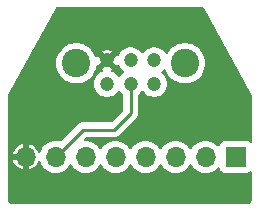
<source format=gbr>
%TF.GenerationSoftware,KiCad,Pcbnew,7.0.8*%
%TF.CreationDate,2023-10-20T13:28:23-04:00*%
%TF.ProjectId,flipper-zero-gbc-link-adapter,666c6970-7065-4722-9d7a-65726f2d6762,rev?*%
%TF.SameCoordinates,Original*%
%TF.FileFunction,Copper,L2,Bot*%
%TF.FilePolarity,Positive*%
%FSLAX46Y46*%
G04 Gerber Fmt 4.6, Leading zero omitted, Abs format (unit mm)*
G04 Created by KiCad (PCBNEW 7.0.8) date 2023-10-20 13:28:23*
%MOMM*%
%LPD*%
G01*
G04 APERTURE LIST*
%TA.AperFunction,ComponentPad*%
%ADD10C,1.200000*%
%TD*%
%TA.AperFunction,ComponentPad*%
%ADD11C,2.400000*%
%TD*%
%TA.AperFunction,ComponentPad*%
%ADD12R,1.700000X1.700000*%
%TD*%
%TA.AperFunction,ComponentPad*%
%ADD13O,1.700000X1.700000*%
%TD*%
%TA.AperFunction,Conductor*%
%ADD14C,0.250000*%
%TD*%
G04 APERTURE END LIST*
D10*
%TO.P,J2,1,+5V*%
%TO.N,unconnected-(J2-+5V-Pad1)*%
X103854000Y-102924000D03*
%TO.P,J2,2,SER_OUT*%
%TO.N,SERIAL_OUT*%
X103854000Y-100924000D03*
%TO.P,J2,3,SER_IN*%
%TO.N,SERIAL_IN*%
X101854000Y-102924000D03*
%TO.P,J2,4,RSVE*%
%TO.N,unconnected-(J2-RSVE-Pad4)*%
X101854000Y-100924000D03*
%TO.P,J2,5,CLK_OUT*%
%TO.N,Net-(J2-CLK_OUT)*%
X99854000Y-102924000D03*
%TO.P,J2,6,GND*%
%TO.N,GND*%
X99854000Y-100924000D03*
D11*
%TO.P,J2,7*%
%TO.N,N/C*%
X97254000Y-101174000D03*
%TO.P,J2,8*%
X106454000Y-101174000D03*
%TD*%
D12*
%TO.P,J1,1,Pin_1*%
%TO.N,unconnected-(J1-Pin_1-Pad1)*%
X110744000Y-109093000D03*
D13*
%TO.P,J1,2,Pin_2*%
%TO.N,unconnected-(J1-Pin_2-Pad2)*%
X108204000Y-109093000D03*
%TO.P,J1,3,Pin_3*%
%TO.N,unconnected-(J1-Pin_3-Pad3)*%
X105664000Y-109093000D03*
%TO.P,J1,4,Pin_4*%
%TO.N,unconnected-(J1-Pin_4-Pad4)*%
X103124000Y-109093000D03*
%TO.P,J1,5,Pin_5*%
%TO.N,SERIAL_OUT*%
X100584000Y-109093000D03*
%TO.P,J1,6,Pin_6*%
%TO.N,/CLK*%
X98044000Y-109093000D03*
%TO.P,J1,7,Pin_7*%
%TO.N,SERIAL_IN*%
X95504000Y-109093000D03*
%TO.P,J1,8,Pin_8*%
%TO.N,GND*%
X92964000Y-109093000D03*
%TD*%
D14*
%TO.N,SERIAL_IN*%
X95504000Y-109093000D02*
X97790000Y-106807000D01*
X97790000Y-106807000D02*
X100457000Y-106807000D01*
X100457000Y-106807000D02*
X101854000Y-105410000D01*
X101854000Y-105410000D02*
X101854000Y-102924000D01*
%TD*%
%TA.AperFunction,Conductor*%
%TO.N,GND*%
G36*
X107861527Y-96385360D02*
G01*
X107865571Y-96385903D01*
X107868447Y-96386296D01*
X107891692Y-96390477D01*
X107919781Y-96395530D01*
X107946130Y-96403367D01*
X107956546Y-96407773D01*
X107963922Y-96411491D01*
X107995101Y-96429903D01*
X108000691Y-96433204D01*
X108001017Y-96433396D01*
X108007835Y-96438062D01*
X108016729Y-96445061D01*
X108036314Y-96464354D01*
X108067529Y-96502810D01*
X108079844Y-96521088D01*
X112069601Y-103757646D01*
X112069611Y-103757670D01*
X112076161Y-103769546D01*
X112078488Y-103774221D01*
X112082245Y-103782639D01*
X112116130Y-103867996D01*
X112118549Y-103875421D01*
X112125499Y-103902420D01*
X112126968Y-103910095D01*
X112138505Y-104001199D01*
X112139281Y-104010410D01*
X112139500Y-104015617D01*
X112139500Y-107778434D01*
X112119815Y-107845473D01*
X112067011Y-107891228D01*
X111997853Y-107901172D01*
X111941189Y-107877701D01*
X111836330Y-107799203D01*
X111836328Y-107799202D01*
X111701482Y-107748908D01*
X111701483Y-107748908D01*
X111641883Y-107742501D01*
X111641881Y-107742500D01*
X111641873Y-107742500D01*
X111641864Y-107742500D01*
X109846129Y-107742500D01*
X109846123Y-107742501D01*
X109786516Y-107748908D01*
X109651671Y-107799202D01*
X109651664Y-107799206D01*
X109536455Y-107885452D01*
X109536452Y-107885455D01*
X109450206Y-108000664D01*
X109450203Y-108000669D01*
X109401189Y-108132083D01*
X109359317Y-108188016D01*
X109293853Y-108212433D01*
X109225580Y-108197581D01*
X109197326Y-108176430D01*
X109075402Y-108054506D01*
X109075395Y-108054501D01*
X108881834Y-107918967D01*
X108881830Y-107918965D01*
X108822348Y-107891228D01*
X108667663Y-107819097D01*
X108667659Y-107819096D01*
X108667655Y-107819094D01*
X108439413Y-107757938D01*
X108439403Y-107757936D01*
X108204001Y-107737341D01*
X108203999Y-107737341D01*
X107968596Y-107757936D01*
X107968586Y-107757938D01*
X107740344Y-107819094D01*
X107740335Y-107819098D01*
X107526171Y-107918964D01*
X107526169Y-107918965D01*
X107332597Y-108054505D01*
X107165505Y-108221597D01*
X107035575Y-108407158D01*
X106980998Y-108450783D01*
X106911500Y-108457977D01*
X106849145Y-108426454D01*
X106832425Y-108407158D01*
X106702494Y-108221597D01*
X106535402Y-108054506D01*
X106535395Y-108054501D01*
X106341834Y-107918967D01*
X106341830Y-107918965D01*
X106282348Y-107891228D01*
X106127663Y-107819097D01*
X106127659Y-107819096D01*
X106127655Y-107819094D01*
X105899413Y-107757938D01*
X105899403Y-107757936D01*
X105664001Y-107737341D01*
X105663999Y-107737341D01*
X105428596Y-107757936D01*
X105428586Y-107757938D01*
X105200344Y-107819094D01*
X105200335Y-107819098D01*
X104986171Y-107918964D01*
X104986169Y-107918965D01*
X104792597Y-108054505D01*
X104625505Y-108221597D01*
X104495575Y-108407158D01*
X104440998Y-108450783D01*
X104371500Y-108457977D01*
X104309145Y-108426454D01*
X104292425Y-108407158D01*
X104162494Y-108221597D01*
X103995402Y-108054506D01*
X103995395Y-108054501D01*
X103801834Y-107918967D01*
X103801830Y-107918965D01*
X103742348Y-107891228D01*
X103587663Y-107819097D01*
X103587659Y-107819096D01*
X103587655Y-107819094D01*
X103359413Y-107757938D01*
X103359403Y-107757936D01*
X103124001Y-107737341D01*
X103123999Y-107737341D01*
X102888596Y-107757936D01*
X102888586Y-107757938D01*
X102660344Y-107819094D01*
X102660335Y-107819098D01*
X102446171Y-107918964D01*
X102446169Y-107918965D01*
X102252597Y-108054505D01*
X102085505Y-108221597D01*
X101955575Y-108407158D01*
X101900998Y-108450783D01*
X101831500Y-108457977D01*
X101769145Y-108426454D01*
X101752425Y-108407158D01*
X101622494Y-108221597D01*
X101455402Y-108054506D01*
X101455395Y-108054501D01*
X101261834Y-107918967D01*
X101261830Y-107918965D01*
X101202348Y-107891228D01*
X101047663Y-107819097D01*
X101047659Y-107819096D01*
X101047655Y-107819094D01*
X100819413Y-107757938D01*
X100819403Y-107757936D01*
X100584001Y-107737341D01*
X100583999Y-107737341D01*
X100348596Y-107757936D01*
X100348586Y-107757938D01*
X100120344Y-107819094D01*
X100120335Y-107819098D01*
X99906171Y-107918964D01*
X99906169Y-107918965D01*
X99712597Y-108054505D01*
X99545505Y-108221597D01*
X99415575Y-108407158D01*
X99360998Y-108450783D01*
X99291500Y-108457977D01*
X99229145Y-108426454D01*
X99212425Y-108407158D01*
X99082494Y-108221597D01*
X98915402Y-108054506D01*
X98915395Y-108054501D01*
X98721834Y-107918967D01*
X98721830Y-107918965D01*
X98662348Y-107891228D01*
X98507663Y-107819097D01*
X98507659Y-107819096D01*
X98507655Y-107819094D01*
X98279413Y-107757938D01*
X98279403Y-107757936D01*
X98044001Y-107737341D01*
X98043612Y-107737341D01*
X98043446Y-107737292D01*
X98038606Y-107736869D01*
X98038691Y-107735896D01*
X97976573Y-107717656D01*
X97930818Y-107664852D01*
X97920874Y-107595694D01*
X97949899Y-107532138D01*
X97955931Y-107525660D01*
X98012772Y-107468819D01*
X98074095Y-107435334D01*
X98100453Y-107432500D01*
X100374257Y-107432500D01*
X100389877Y-107434224D01*
X100389904Y-107433939D01*
X100397660Y-107434671D01*
X100397667Y-107434673D01*
X100466814Y-107432500D01*
X100496350Y-107432500D01*
X100503228Y-107431630D01*
X100509041Y-107431172D01*
X100555627Y-107429709D01*
X100574869Y-107424117D01*
X100593912Y-107420174D01*
X100613792Y-107417664D01*
X100657122Y-107400507D01*
X100662646Y-107398617D01*
X100666396Y-107397527D01*
X100707390Y-107385618D01*
X100724629Y-107375422D01*
X100742103Y-107366862D01*
X100760727Y-107359488D01*
X100760727Y-107359487D01*
X100760732Y-107359486D01*
X100798449Y-107332082D01*
X100803305Y-107328892D01*
X100843420Y-107305170D01*
X100857589Y-107290999D01*
X100872379Y-107278368D01*
X100888587Y-107266594D01*
X100918299Y-107230676D01*
X100922212Y-107226376D01*
X102237787Y-105910802D01*
X102250042Y-105900986D01*
X102249859Y-105900764D01*
X102255866Y-105895792D01*
X102255877Y-105895786D01*
X102286775Y-105862882D01*
X102303227Y-105845364D01*
X102313671Y-105834918D01*
X102324120Y-105824471D01*
X102328379Y-105818978D01*
X102332152Y-105814561D01*
X102364062Y-105780582D01*
X102373713Y-105763024D01*
X102384396Y-105746761D01*
X102396673Y-105730936D01*
X102415185Y-105688153D01*
X102417738Y-105682941D01*
X102440197Y-105642092D01*
X102445180Y-105622680D01*
X102451481Y-105604280D01*
X102459437Y-105585896D01*
X102466729Y-105539852D01*
X102467906Y-105534171D01*
X102479500Y-105489019D01*
X102479500Y-105468983D01*
X102481027Y-105449582D01*
X102484160Y-105429804D01*
X102479775Y-105383415D01*
X102479500Y-105377577D01*
X102479500Y-103897690D01*
X102499185Y-103830651D01*
X102519962Y-103806053D01*
X102670762Y-103668581D01*
X102755046Y-103556971D01*
X102811155Y-103515335D01*
X102880867Y-103510644D01*
X102942049Y-103544386D01*
X102952954Y-103556971D01*
X103037237Y-103668581D01*
X103187958Y-103805980D01*
X103187960Y-103805982D01*
X103256374Y-103848342D01*
X103361363Y-103913348D01*
X103551544Y-103987024D01*
X103752024Y-104024500D01*
X103752026Y-104024500D01*
X103955974Y-104024500D01*
X103955976Y-104024500D01*
X104156456Y-103987024D01*
X104346637Y-103913348D01*
X104520041Y-103805981D01*
X104670764Y-103668579D01*
X104793673Y-103505821D01*
X104884582Y-103323250D01*
X104940397Y-103127083D01*
X104959215Y-102924000D01*
X104940397Y-102720917D01*
X104884582Y-102524750D01*
X104875859Y-102507232D01*
X104840272Y-102435764D01*
X104793673Y-102342179D01*
X104670764Y-102179421D01*
X104670762Y-102179418D01*
X104520042Y-102042019D01*
X104508723Y-102035011D01*
X104499704Y-102029426D01*
X104453069Y-101977401D01*
X104441964Y-101908419D01*
X104469916Y-101844385D01*
X104499703Y-101818573D01*
X104520041Y-101805981D01*
X104648510Y-101688865D01*
X104711314Y-101658249D01*
X104780701Y-101666446D01*
X104834641Y-101710856D01*
X104847476Y-101735200D01*
X104871594Y-101796650D01*
X104917607Y-101913888D01*
X105045041Y-102134612D01*
X105203950Y-102333877D01*
X105390783Y-102507232D01*
X105601366Y-102650805D01*
X105601371Y-102650807D01*
X105601372Y-102650808D01*
X105601373Y-102650809D01*
X105723328Y-102709538D01*
X105830992Y-102761387D01*
X105830993Y-102761387D01*
X105830996Y-102761389D01*
X106074542Y-102836513D01*
X106326565Y-102874500D01*
X106581435Y-102874500D01*
X106833458Y-102836513D01*
X107077004Y-102761389D01*
X107306634Y-102650805D01*
X107517217Y-102507232D01*
X107704050Y-102333877D01*
X107862959Y-102134612D01*
X107990393Y-101913888D01*
X108083508Y-101676637D01*
X108140222Y-101428157D01*
X108159268Y-101174000D01*
X108140222Y-100919843D01*
X108083508Y-100671363D01*
X107990393Y-100434112D01*
X107862959Y-100213388D01*
X107704050Y-100014123D01*
X107517217Y-99840768D01*
X107306634Y-99697195D01*
X107306630Y-99697193D01*
X107306627Y-99697191D01*
X107306626Y-99697190D01*
X107077006Y-99586612D01*
X107077008Y-99586612D01*
X106833466Y-99511489D01*
X106833462Y-99511488D01*
X106833458Y-99511487D01*
X106712231Y-99493214D01*
X106581440Y-99473500D01*
X106581435Y-99473500D01*
X106326565Y-99473500D01*
X106326559Y-99473500D01*
X106169609Y-99497157D01*
X106074542Y-99511487D01*
X106074539Y-99511488D01*
X106074533Y-99511489D01*
X105830992Y-99586612D01*
X105601373Y-99697190D01*
X105601372Y-99697191D01*
X105390782Y-99840768D01*
X105203952Y-100014121D01*
X105203950Y-100014123D01*
X105045041Y-100213388D01*
X104987556Y-100312955D01*
X104936989Y-100361171D01*
X104868382Y-100374394D01*
X104803517Y-100348425D01*
X104781215Y-100325682D01*
X104670762Y-100179418D01*
X104520041Y-100042019D01*
X104520039Y-100042017D01*
X104346642Y-99934655D01*
X104346635Y-99934651D01*
X104251546Y-99897814D01*
X104156456Y-99860976D01*
X103955976Y-99823500D01*
X103752024Y-99823500D01*
X103551544Y-99860976D01*
X103551541Y-99860976D01*
X103551541Y-99860977D01*
X103361364Y-99934651D01*
X103361357Y-99934655D01*
X103187960Y-100042017D01*
X103187958Y-100042019D01*
X103037237Y-100179419D01*
X102952954Y-100291028D01*
X102896845Y-100332664D01*
X102827133Y-100337355D01*
X102765951Y-100303613D01*
X102755046Y-100291028D01*
X102717186Y-100240894D01*
X102670764Y-100179421D01*
X102520041Y-100042019D01*
X102520039Y-100042017D01*
X102346642Y-99934655D01*
X102346635Y-99934651D01*
X102251546Y-99897814D01*
X102156456Y-99860976D01*
X101955976Y-99823500D01*
X101752024Y-99823500D01*
X101551544Y-99860976D01*
X101551541Y-99860976D01*
X101551541Y-99860977D01*
X101361364Y-99934651D01*
X101361357Y-99934655D01*
X101187960Y-100042017D01*
X101187958Y-100042019D01*
X101037237Y-100179418D01*
X100914327Y-100342178D01*
X100827335Y-100516881D01*
X100779832Y-100568118D01*
X100712169Y-100585539D01*
X100645829Y-100563613D01*
X100608948Y-100523609D01*
X100608579Y-100522971D01*
X100251953Y-100879598D01*
X100239165Y-100798852D01*
X100181641Y-100685955D01*
X100092045Y-100596359D01*
X99979148Y-100538835D01*
X99898401Y-100526046D01*
X100256196Y-100168250D01*
X100119351Y-100107323D01*
X99943759Y-100070000D01*
X99764241Y-100070000D01*
X99588648Y-100107323D01*
X99451802Y-100168249D01*
X99451802Y-100168250D01*
X99809599Y-100526046D01*
X99728852Y-100538835D01*
X99615955Y-100596359D01*
X99526359Y-100685955D01*
X99468835Y-100798852D01*
X99456046Y-100879599D01*
X99099419Y-100522972D01*
X99066286Y-100580362D01*
X99064372Y-100579257D01*
X99025715Y-100624715D01*
X98958861Y-100645020D01*
X98891642Y-100625957D01*
X98845400Y-100573580D01*
X98842284Y-100566328D01*
X98790393Y-100434112D01*
X98662959Y-100213388D01*
X98504050Y-100014123D01*
X98317217Y-99840768D01*
X98106634Y-99697195D01*
X98106630Y-99697193D01*
X98106627Y-99697191D01*
X98106626Y-99697190D01*
X97877006Y-99586612D01*
X97877008Y-99586612D01*
X97633466Y-99511489D01*
X97633462Y-99511488D01*
X97633458Y-99511487D01*
X97512231Y-99493214D01*
X97381440Y-99473500D01*
X97381435Y-99473500D01*
X97126565Y-99473500D01*
X97126559Y-99473500D01*
X96969609Y-99497157D01*
X96874542Y-99511487D01*
X96874539Y-99511488D01*
X96874533Y-99511489D01*
X96630992Y-99586612D01*
X96401373Y-99697190D01*
X96401372Y-99697191D01*
X96190782Y-99840768D01*
X96003952Y-100014121D01*
X96003950Y-100014123D01*
X95845041Y-100213388D01*
X95717608Y-100434109D01*
X95624492Y-100671362D01*
X95624490Y-100671369D01*
X95567777Y-100919845D01*
X95548732Y-101173995D01*
X95548732Y-101174004D01*
X95567777Y-101428154D01*
X95622652Y-101668579D01*
X95624492Y-101676637D01*
X95717607Y-101913888D01*
X95845041Y-102134612D01*
X96003950Y-102333877D01*
X96190783Y-102507232D01*
X96401366Y-102650805D01*
X96401371Y-102650807D01*
X96401372Y-102650808D01*
X96401373Y-102650809D01*
X96523328Y-102709538D01*
X96630992Y-102761387D01*
X96630993Y-102761387D01*
X96630996Y-102761389D01*
X96874542Y-102836513D01*
X97126565Y-102874500D01*
X97381435Y-102874500D01*
X97633458Y-102836513D01*
X97877004Y-102761389D01*
X98106634Y-102650805D01*
X98317217Y-102507232D01*
X98504050Y-102333877D01*
X98662959Y-102134612D01*
X98790393Y-101913888D01*
X98883508Y-101676637D01*
X98940222Y-101428157D01*
X98940222Y-101428154D01*
X98940223Y-101428151D01*
X98940423Y-101426829D01*
X98940624Y-101426395D01*
X98941255Y-101423633D01*
X98941846Y-101423767D01*
X98969877Y-101363471D01*
X99028910Y-101326096D01*
X99079224Y-101322368D01*
X99099419Y-101325026D01*
X99456046Y-100968400D01*
X99468835Y-101049148D01*
X99526359Y-101162045D01*
X99615955Y-101251641D01*
X99728852Y-101309165D01*
X99809599Y-101321953D01*
X99451803Y-101679748D01*
X99452536Y-101683704D01*
X99496807Y-101721333D01*
X99517129Y-101788182D01*
X99498084Y-101855406D01*
X99445718Y-101901662D01*
X99437930Y-101904989D01*
X99361370Y-101934648D01*
X99361357Y-101934655D01*
X99187960Y-102042017D01*
X99187958Y-102042019D01*
X99037237Y-102179418D01*
X98914327Y-102342178D01*
X98823422Y-102524739D01*
X98823417Y-102524752D01*
X98767602Y-102720917D01*
X98748785Y-102923999D01*
X98748785Y-102924000D01*
X98767602Y-103127082D01*
X98823417Y-103323247D01*
X98823422Y-103323260D01*
X98914327Y-103505821D01*
X99037237Y-103668581D01*
X99187958Y-103805980D01*
X99187960Y-103805982D01*
X99256374Y-103848342D01*
X99361363Y-103913348D01*
X99551544Y-103987024D01*
X99752024Y-104024500D01*
X99752026Y-104024500D01*
X99955974Y-104024500D01*
X99955976Y-104024500D01*
X100156456Y-103987024D01*
X100346637Y-103913348D01*
X100520041Y-103805981D01*
X100670764Y-103668579D01*
X100755046Y-103556970D01*
X100811155Y-103515335D01*
X100880867Y-103510644D01*
X100942049Y-103544386D01*
X100952954Y-103556971D01*
X101037237Y-103668581D01*
X101188038Y-103806053D01*
X101224320Y-103865764D01*
X101228500Y-103897690D01*
X101228500Y-105099547D01*
X101208815Y-105166586D01*
X101192181Y-105187228D01*
X100234228Y-106145181D01*
X100172905Y-106178666D01*
X100146547Y-106181500D01*
X97872737Y-106181500D01*
X97857120Y-106179776D01*
X97857093Y-106180062D01*
X97849331Y-106179327D01*
X97780203Y-106181500D01*
X97750650Y-106181500D01*
X97749929Y-106181590D01*
X97743757Y-106182369D01*
X97737945Y-106182826D01*
X97691373Y-106184290D01*
X97691372Y-106184290D01*
X97672129Y-106189881D01*
X97653079Y-106193825D01*
X97633211Y-106196334D01*
X97633209Y-106196335D01*
X97589884Y-106213488D01*
X97584357Y-106215380D01*
X97539610Y-106228381D01*
X97539609Y-106228382D01*
X97522367Y-106238579D01*
X97504899Y-106247137D01*
X97486269Y-106254513D01*
X97486267Y-106254514D01*
X97448576Y-106281898D01*
X97443694Y-106285105D01*
X97403579Y-106308830D01*
X97389408Y-106323000D01*
X97374623Y-106335628D01*
X97358412Y-106347407D01*
X97328709Y-106383310D01*
X97324777Y-106387631D01*
X95959646Y-107752761D01*
X95898323Y-107786246D01*
X95839873Y-107784855D01*
X95739408Y-107757937D01*
X95504001Y-107737341D01*
X95503999Y-107737341D01*
X95268596Y-107757936D01*
X95268586Y-107757938D01*
X95040344Y-107819094D01*
X95040335Y-107819098D01*
X94826171Y-107918964D01*
X94826169Y-107918965D01*
X94632597Y-108054505D01*
X94465505Y-108221597D01*
X94329965Y-108415169D01*
X94329964Y-108415171D01*
X94230098Y-108629335D01*
X94230095Y-108629342D01*
X94222623Y-108657229D01*
X94186257Y-108716890D01*
X94123410Y-108747418D01*
X94054035Y-108739123D01*
X94000157Y-108694637D01*
X93991848Y-108680407D01*
X93906660Y-108509328D01*
X93783359Y-108346050D01*
X93632163Y-108208217D01*
X93632157Y-108208213D01*
X93458206Y-108100507D01*
X93458200Y-108100504D01*
X93267417Y-108026595D01*
X93267407Y-108026592D01*
X93214001Y-108016608D01*
X93214000Y-108016609D01*
X93214000Y-108657498D01*
X93106315Y-108608320D01*
X92999763Y-108593000D01*
X92928237Y-108593000D01*
X92821685Y-108608320D01*
X92714000Y-108657498D01*
X92714000Y-108016609D01*
X92713998Y-108016608D01*
X92660592Y-108026592D01*
X92660582Y-108026595D01*
X92469799Y-108100504D01*
X92469793Y-108100507D01*
X92295842Y-108208213D01*
X92295836Y-108208217D01*
X92144640Y-108346050D01*
X92021339Y-108509328D01*
X91930140Y-108692477D01*
X91887312Y-108842999D01*
X91887313Y-108843000D01*
X92530314Y-108843000D01*
X92504507Y-108883156D01*
X92464000Y-109021111D01*
X92464000Y-109164889D01*
X92504507Y-109302844D01*
X92530314Y-109343000D01*
X91887313Y-109343000D01*
X91930140Y-109493522D01*
X92021339Y-109676671D01*
X92144640Y-109839949D01*
X92295836Y-109977782D01*
X92295842Y-109977786D01*
X92469793Y-110085492D01*
X92469808Y-110085499D01*
X92660573Y-110159402D01*
X92714000Y-110169389D01*
X92714000Y-109528501D01*
X92821685Y-109577680D01*
X92928237Y-109593000D01*
X92999763Y-109593000D01*
X93106315Y-109577680D01*
X93214000Y-109528501D01*
X93214000Y-110169389D01*
X93267426Y-110159402D01*
X93458191Y-110085499D01*
X93458206Y-110085492D01*
X93632157Y-109977786D01*
X93632163Y-109977782D01*
X93783359Y-109839949D01*
X93906662Y-109676669D01*
X93991848Y-109505593D01*
X94039351Y-109454355D01*
X94107014Y-109436934D01*
X94173354Y-109458859D01*
X94217309Y-109513171D01*
X94222623Y-109528770D01*
X94230095Y-109556658D01*
X94230096Y-109556660D01*
X94230097Y-109556663D01*
X94286057Y-109676669D01*
X94329965Y-109770830D01*
X94329967Y-109770834D01*
X94438281Y-109925521D01*
X94465505Y-109964401D01*
X94632599Y-110131495D01*
X94729384Y-110199265D01*
X94826165Y-110267032D01*
X94826167Y-110267033D01*
X94826170Y-110267035D01*
X95040337Y-110366903D01*
X95268592Y-110428063D01*
X95445034Y-110443500D01*
X95503999Y-110448659D01*
X95504000Y-110448659D01*
X95504001Y-110448659D01*
X95562966Y-110443500D01*
X95739408Y-110428063D01*
X95967663Y-110366903D01*
X96181830Y-110267035D01*
X96375401Y-110131495D01*
X96542495Y-109964401D01*
X96672425Y-109778842D01*
X96727002Y-109735217D01*
X96796500Y-109728023D01*
X96858855Y-109759546D01*
X96875575Y-109778842D01*
X97005500Y-109964395D01*
X97005505Y-109964401D01*
X97172599Y-110131495D01*
X97269384Y-110199265D01*
X97366165Y-110267032D01*
X97366167Y-110267033D01*
X97366170Y-110267035D01*
X97580337Y-110366903D01*
X97808592Y-110428063D01*
X97985034Y-110443500D01*
X98043999Y-110448659D01*
X98044000Y-110448659D01*
X98044001Y-110448659D01*
X98102966Y-110443500D01*
X98279408Y-110428063D01*
X98507663Y-110366903D01*
X98721830Y-110267035D01*
X98915401Y-110131495D01*
X99082495Y-109964401D01*
X99212425Y-109778842D01*
X99267002Y-109735217D01*
X99336500Y-109728023D01*
X99398855Y-109759546D01*
X99415575Y-109778842D01*
X99545500Y-109964395D01*
X99545505Y-109964401D01*
X99712599Y-110131495D01*
X99809384Y-110199265D01*
X99906165Y-110267032D01*
X99906167Y-110267033D01*
X99906170Y-110267035D01*
X100120337Y-110366903D01*
X100348592Y-110428063D01*
X100525034Y-110443500D01*
X100583999Y-110448659D01*
X100584000Y-110448659D01*
X100584001Y-110448659D01*
X100642966Y-110443500D01*
X100819408Y-110428063D01*
X101047663Y-110366903D01*
X101261830Y-110267035D01*
X101455401Y-110131495D01*
X101622495Y-109964401D01*
X101752425Y-109778842D01*
X101807002Y-109735217D01*
X101876500Y-109728023D01*
X101938855Y-109759546D01*
X101955575Y-109778842D01*
X102085500Y-109964395D01*
X102085505Y-109964401D01*
X102252599Y-110131495D01*
X102349384Y-110199265D01*
X102446165Y-110267032D01*
X102446167Y-110267033D01*
X102446170Y-110267035D01*
X102660337Y-110366903D01*
X102888592Y-110428063D01*
X103065034Y-110443500D01*
X103123999Y-110448659D01*
X103124000Y-110448659D01*
X103124001Y-110448659D01*
X103182966Y-110443500D01*
X103359408Y-110428063D01*
X103587663Y-110366903D01*
X103801830Y-110267035D01*
X103995401Y-110131495D01*
X104162495Y-109964401D01*
X104292425Y-109778842D01*
X104347002Y-109735217D01*
X104416500Y-109728023D01*
X104478855Y-109759546D01*
X104495575Y-109778842D01*
X104625500Y-109964395D01*
X104625505Y-109964401D01*
X104792599Y-110131495D01*
X104889384Y-110199265D01*
X104986165Y-110267032D01*
X104986167Y-110267033D01*
X104986170Y-110267035D01*
X105200337Y-110366903D01*
X105428592Y-110428063D01*
X105605034Y-110443500D01*
X105663999Y-110448659D01*
X105664000Y-110448659D01*
X105664001Y-110448659D01*
X105722966Y-110443500D01*
X105899408Y-110428063D01*
X106127663Y-110366903D01*
X106341830Y-110267035D01*
X106535401Y-110131495D01*
X106702495Y-109964401D01*
X106832425Y-109778842D01*
X106887002Y-109735217D01*
X106956500Y-109728023D01*
X107018855Y-109759546D01*
X107035575Y-109778842D01*
X107165500Y-109964395D01*
X107165505Y-109964401D01*
X107332599Y-110131495D01*
X107429384Y-110199265D01*
X107526165Y-110267032D01*
X107526167Y-110267033D01*
X107526170Y-110267035D01*
X107740337Y-110366903D01*
X107968592Y-110428063D01*
X108145034Y-110443500D01*
X108203999Y-110448659D01*
X108204000Y-110448659D01*
X108204001Y-110448659D01*
X108262966Y-110443500D01*
X108439408Y-110428063D01*
X108667663Y-110366903D01*
X108881830Y-110267035D01*
X109075401Y-110131495D01*
X109197329Y-110009566D01*
X109258648Y-109976084D01*
X109328340Y-109981068D01*
X109384274Y-110022939D01*
X109401189Y-110053917D01*
X109450202Y-110185328D01*
X109450206Y-110185335D01*
X109536452Y-110300544D01*
X109536455Y-110300547D01*
X109651664Y-110386793D01*
X109651671Y-110386797D01*
X109786517Y-110437091D01*
X109786516Y-110437091D01*
X109793444Y-110437835D01*
X109846127Y-110443500D01*
X111641872Y-110443499D01*
X111701483Y-110437091D01*
X111836331Y-110386796D01*
X111941190Y-110308298D01*
X112006652Y-110283881D01*
X112074925Y-110298732D01*
X112124331Y-110348137D01*
X112139500Y-110407565D01*
X112139500Y-112630804D01*
X112139109Y-112637763D01*
X112136526Y-112660646D01*
X112126048Y-112740127D01*
X112120150Y-112764886D01*
X112108211Y-112798995D01*
X112106970Y-112802246D01*
X112084502Y-112856472D01*
X112074936Y-112874985D01*
X112053070Y-112909779D01*
X112049760Y-112914537D01*
X112012975Y-112962474D01*
X112007623Y-112968576D01*
X111974277Y-113001923D01*
X111968174Y-113007275D01*
X111920243Y-113044056D01*
X111915484Y-113047367D01*
X111880677Y-113069239D01*
X111862166Y-113078804D01*
X111807956Y-113101266D01*
X111804706Y-113102506D01*
X111770592Y-113114448D01*
X111745830Y-113120347D01*
X111666295Y-113130832D01*
X111643474Y-113133408D01*
X111636515Y-113133799D01*
X91943492Y-113133799D01*
X91936536Y-113133408D01*
X91930151Y-113132687D01*
X91913640Y-113130824D01*
X91834174Y-113120348D01*
X91809412Y-113114449D01*
X91775260Y-113102494D01*
X91772033Y-113101262D01*
X91717837Y-113078807D01*
X91699323Y-113069240D01*
X91664503Y-113047358D01*
X91659746Y-113044049D01*
X91611833Y-113007282D01*
X91605732Y-113001931D01*
X91599620Y-112995820D01*
X91572359Y-112968559D01*
X91567021Y-112962472D01*
X91530236Y-112914536D01*
X91526949Y-112909811D01*
X91505057Y-112874974D01*
X91495493Y-112856465D01*
X91473020Y-112802225D01*
X91471818Y-112799077D01*
X91459845Y-112764873D01*
X91453952Y-112740138D01*
X91443479Y-112660691D01*
X91443474Y-112660646D01*
X91440890Y-112637751D01*
X91440500Y-112630801D01*
X91440500Y-104015597D01*
X91440718Y-104010405D01*
X91441486Y-104001258D01*
X91453060Y-103909899D01*
X91454516Y-103902287D01*
X91461385Y-103875592D01*
X91463795Y-103868192D01*
X91497964Y-103782106D01*
X91501383Y-103774447D01*
X91503693Y-103769808D01*
X91522753Y-103735248D01*
X91522801Y-103735148D01*
X95502252Y-96517282D01*
X95506725Y-96510360D01*
X95509550Y-96506543D01*
X95511010Y-96504598D01*
X95543543Y-96464478D01*
X95563151Y-96445154D01*
X95572422Y-96437859D01*
X95579206Y-96433218D01*
X95615786Y-96411621D01*
X95623145Y-96407913D01*
X95634040Y-96403307D01*
X95660396Y-96395476D01*
X95695919Y-96389098D01*
X95710812Y-96386425D01*
X95718831Y-96385350D01*
X95727075Y-96384800D01*
X107853266Y-96384800D01*
X107861527Y-96385360D01*
G37*
%TD.AperFunction*%
%TA.AperFunction,Conductor*%
G36*
X100608579Y-101325026D02*
G01*
X100608948Y-101324388D01*
X100659515Y-101276173D01*
X100728123Y-101262951D01*
X100792987Y-101288919D01*
X100827335Y-101331118D01*
X100914325Y-101505819D01*
X101037237Y-101668581D01*
X101166898Y-101786782D01*
X101187959Y-101805981D01*
X101208294Y-101818572D01*
X101208296Y-101818573D01*
X101254931Y-101870601D01*
X101266035Y-101939583D01*
X101238082Y-102003617D01*
X101208296Y-102029427D01*
X101187957Y-102042020D01*
X101037237Y-102179419D01*
X100952954Y-102291028D01*
X100896845Y-102332664D01*
X100827133Y-102337355D01*
X100765951Y-102303613D01*
X100755046Y-102291028D01*
X100670762Y-102179419D01*
X100520041Y-102042019D01*
X100520039Y-102042017D01*
X100346642Y-101934655D01*
X100346641Y-101934654D01*
X100346637Y-101934652D01*
X100346632Y-101934650D01*
X100346626Y-101934647D01*
X100270070Y-101904989D01*
X100214668Y-101862417D01*
X100191078Y-101796650D01*
X100206789Y-101728569D01*
X100256050Y-101680534D01*
X100256195Y-101679748D01*
X99898401Y-101321953D01*
X99979148Y-101309165D01*
X100092045Y-101251641D01*
X100181641Y-101162045D01*
X100239165Y-101049148D01*
X100251953Y-100968400D01*
X100608579Y-101325026D01*
G37*
%TD.AperFunction*%
%TD*%
M02*

</source>
